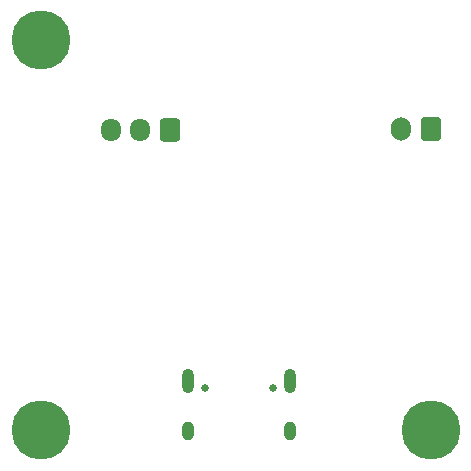
<source format=gbr>
%TF.GenerationSoftware,KiCad,Pcbnew,(6.0.9-0)*%
%TF.CreationDate,2022-12-13T13:56:08-05:00*%
%TF.ProjectId,easy-esc,65617379-2d65-4736-932e-6b696361645f,rev?*%
%TF.SameCoordinates,Original*%
%TF.FileFunction,Soldermask,Bot*%
%TF.FilePolarity,Negative*%
%FSLAX46Y46*%
G04 Gerber Fmt 4.6, Leading zero omitted, Abs format (unit mm)*
G04 Created by KiCad (PCBNEW (6.0.9-0)) date 2022-12-13 13:56:08*
%MOMM*%
%LPD*%
G01*
G04 APERTURE LIST*
G04 Aperture macros list*
%AMRoundRect*
0 Rectangle with rounded corners*
0 $1 Rounding radius*
0 $2 $3 $4 $5 $6 $7 $8 $9 X,Y pos of 4 corners*
0 Add a 4 corners polygon primitive as box body*
4,1,4,$2,$3,$4,$5,$6,$7,$8,$9,$2,$3,0*
0 Add four circle primitives for the rounded corners*
1,1,$1+$1,$2,$3*
1,1,$1+$1,$4,$5*
1,1,$1+$1,$6,$7*
1,1,$1+$1,$8,$9*
0 Add four rect primitives between the rounded corners*
20,1,$1+$1,$2,$3,$4,$5,0*
20,1,$1+$1,$4,$5,$6,$7,0*
20,1,$1+$1,$6,$7,$8,$9,0*
20,1,$1+$1,$8,$9,$2,$3,0*%
G04 Aperture macros list end*
%ADD10C,5.000000*%
%ADD11RoundRect,0.250000X0.600000X0.725000X-0.600000X0.725000X-0.600000X-0.725000X0.600000X-0.725000X0*%
%ADD12O,1.700000X1.950000*%
%ADD13RoundRect,0.250000X0.600000X0.750000X-0.600000X0.750000X-0.600000X-0.750000X0.600000X-0.750000X0*%
%ADD14O,1.700000X2.000000*%
%ADD15C,0.650000*%
%ADD16O,1.000000X1.600000*%
%ADD17O,1.000000X2.100000*%
G04 APERTURE END LIST*
D10*
%TO.C,H101*%
X116596000Y-103896000D03*
X116596000Y-136896000D03*
X149596000Y-136896000D03*
%TD*%
D11*
%TO.C,J102*%
X127508000Y-111506000D03*
D12*
X125008000Y-111506000D03*
X122508000Y-111506000D03*
%TD*%
D13*
%TO.C,J103*%
X149606000Y-111400000D03*
D14*
X147106000Y-111400000D03*
%TD*%
D15*
%TO.C,J101*%
X136240000Y-133290000D03*
X130460000Y-133290000D03*
D16*
X129030000Y-136940000D03*
X137670000Y-136940000D03*
D17*
X137670000Y-132760000D03*
X129030000Y-132760000D03*
%TD*%
M02*

</source>
